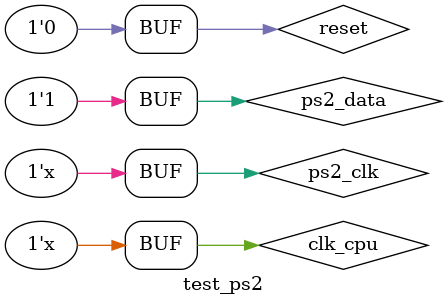
<source format=sv>
`timescale 1ns / 1ps

module test_ps2(

    );
    //*****************************************************************
    // Parameter Definitions
    //*****************************************************************
    parameter CLK_PERIOD_CPU = 20;           // 50MHz -> 20ns
    parameter PS2_CLK_PERIOD = 100000;      // ~10kHz PS/2 clock

    //*****************************************************************
    // Signal Declarations
    //*****************************************************************
    reg clk_cpu;
    reg reset;
    reg ps2_clk;
    reg ps2_data;

    wire [7:0] scan_code;
    wire valid;
    
    //*****************************************************************
    // Clock Generation
    //*****************************************************************
    always #(CLK_PERIOD_CPU/2) clk_cpu = ~clk_cpu;

    initial begin
        clk_cpu = 1'b0;
        ps2_clk = 1'b1;
    end

    always #(PS2_CLK_PERIOD/2) ps2_clk = ~ps2_clk;
    //*****************************************************************
    // Reset Sequence
    //*****************************************************************
    parameter DATA0 = {2'b11, 8'b0000_1111, 1'b0};//总共10bit
    parameter DATA1 = {2'b10, 8'b1010_1110, 1'b0};//总共10bit
    parameter DATA2 = {2'b11, 8'b0110_0110, 1'b0};//总共10bit
    parameter DATA3 = {2'b11, 8'b0000_0000, 1'b0};//总共10bit

    initial begin
        reset = 1'b1;
        ps2_clk = 1'b1;
        ps2_data = 1'b1;
        #100;
        reset = 1'b0;
        repeat(30) begin
            integer i;
            for (i = 0;i < 11 ; i=i+1) begin
                ps2_data  = DATA1[i];
                #PS2_CLK_PERIOD;
            end
        end
    end
 
    ps2_rx u_ps2_rx(
        .clk_cpu   	(clk_cpu    ),
        .reset     	(reset      ),
        .ps2_clk   	(ps2_clk    ),
        .ps2_data  	(ps2_data   ),
        .scan_code 	(scan_code  ),
        .valid     	(valid      )
    );
    
endmodule

</source>
